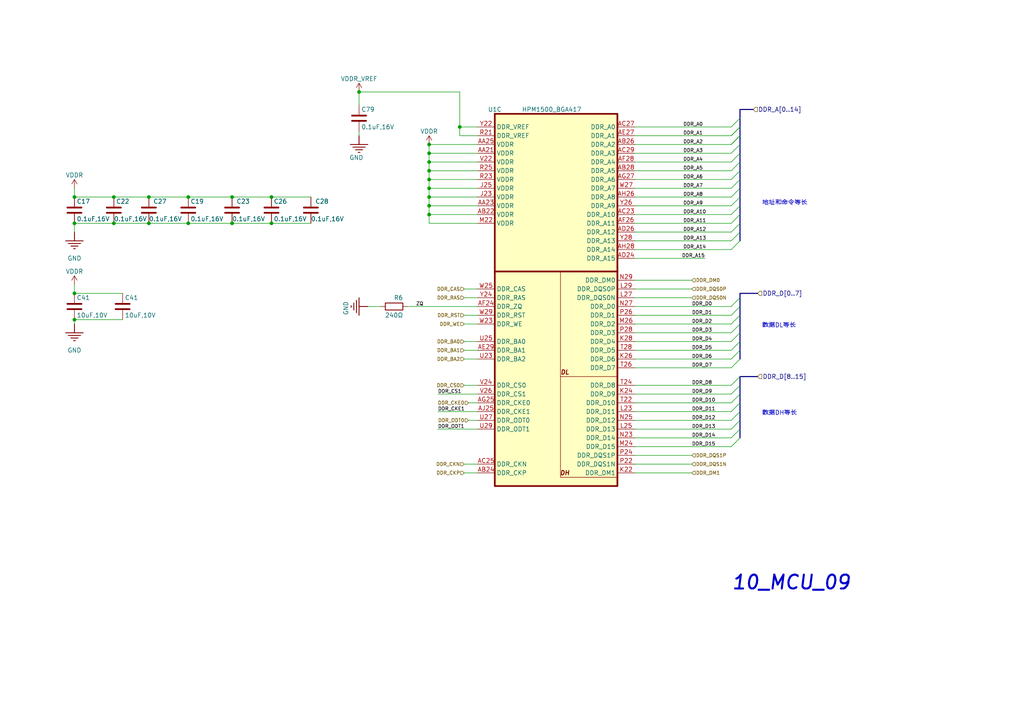
<source format=kicad_sch>
(kicad_sch (version 20230121) (generator eeschema)
  (paper "A4")
  (junction (at 124.46 62.23))
  (junction (at 21.59 57.15))
  (junction (at 124.46 59.69))
  (junction (at 78.74 64.77))
  (junction (at 21.59 85.09))
  (junction (at 54.61 64.77))
  (junction (at 33.02 57.15))
  (junction (at 67.31 57.15))
  (junction (at 21.59 92.71))
  (junction (at 124.46 52.07))
  (junction (at 124.46 41.91))
  (junction (at 67.31 64.77))
  (junction (at 104.14 26.67))
  (junction (at 124.46 57.15))
  (junction (at 54.61 57.15))
  (junction (at 124.46 46.99))
  (junction (at 124.46 49.53))
  (junction (at 21.59 64.77))
  (junction (at 124.46 44.45))
  (junction (at 43.18 57.15))
  (junction (at 78.74 57.15))
  (junction (at 133.35 36.83))
  (junction (at 124.46 54.61))
  (junction (at 43.18 64.77))
  (junction (at 33.02 64.77))
  (bus_entry (at 212.09 91.44) (size 2.54 -2.54))
  (bus_entry (at 212.09 57.15) (size 2.54 -2.54))
  (bus_entry (at 212.09 49.53) (size 2.54 -2.54))
  (bus_entry (at 212.09 124.46) (size 2.54 -2.54))
  (bus_entry (at 212.09 59.69) (size 2.54 -2.54))
  (bus_entry (at 212.09 41.91) (size 2.54 -2.54))
  (bus_entry (at 212.09 67.31) (size 2.54 -2.54))
  (bus_entry (at 212.09 44.45) (size 2.54 -2.54))
  (bus_entry (at 212.09 72.39) (size 2.54 -2.54))
  (bus_entry (at 212.09 88.9) (size 2.54 -2.54))
  (bus_entry (at 212.09 116.84) (size 2.54 -2.54))
  (bus_entry (at 212.09 101.6) (size 2.54 -2.54))
  (bus_entry (at 212.09 54.61) (size 2.54 -2.54))
  (bus_entry (at 212.09 93.98) (size 2.54 -2.54))
  (bus_entry (at 212.09 69.85) (size 2.54 -2.54))
  (bus_entry (at 212.09 104.14) (size 2.54 -2.54))
  (bus_entry (at 212.09 99.06) (size 2.54 -2.54))
  (bus_entry (at 212.09 46.99) (size 2.54 -2.54))
  (bus_entry (at 212.09 41.91) (size 2.54 -2.54))
  (bus_entry (at 212.09 114.3) (size 2.54 -2.54))
  (bus_entry (at 212.09 36.83) (size 2.54 -2.54))
  (bus_entry (at 212.09 121.92) (size 2.54 -2.54))
  (bus_entry (at 212.09 111.76) (size 2.54 -2.54))
  (bus_entry (at 212.09 39.37) (size 2.54 -2.54))
  (bus_entry (at 212.09 127) (size 2.54 -2.54))
  (bus_entry (at 212.09 62.23) (size 2.54 -2.54))
  (bus_entry (at 212.09 64.77) (size 2.54 -2.54))
  (bus_entry (at 212.09 106.68) (size 2.54 -2.54))
  (bus_entry (at 212.09 39.37) (size 2.54 -2.54))
  (bus_entry (at 212.09 52.07) (size 2.54 -2.54))
  (bus_entry (at 212.09 129.54) (size 2.54 -2.54))
  (bus_entry (at 212.09 96.52) (size 2.54 -2.54))
  (bus_entry (at 212.09 119.38) (size 2.54 -2.54))
  (wire (pts (xy 104.14 26.67) (xy 133.35 26.67)))
  (wire (pts (xy 184.15 81.28) (xy 200.66 81.28)) (stroke (width 0.15)))
  (wire (pts (xy 124.46 49.53) (xy 124.46 52.07)) (stroke (width 0.15)))
  (wire (pts (xy 124.46 59.69) (xy 138.43 59.69)) (stroke (width 0.15)))
  (wire (pts (xy 184.15 111.76) (xy 212.09 111.76)) (stroke (width 0.15)))
  (wire (pts (xy 200.66 134.62) (xy 184.15 134.62)) (stroke (width 0.15)))
  (wire (pts (xy 184.15 54.61) (xy 212.09 54.61)) (stroke (width 0.15)))
  (wire (pts (xy 184.15 124.46) (xy 212.09 124.46)) (stroke (width 0.15)))
  (bus (pts (xy 214.63 109.22) (xy 219.71 109.22)))
  (wire (pts (xy 184.15 129.54) (xy 212.09 129.54)) (stroke (width 0.15)))
  (wire (pts (xy 21.59 82.55) (xy 21.59 85.09)))
  (bus (pts (xy 214.63 104.14) (xy 214.63 101.6)))
  (wire (pts (xy 43.18 64.77) (xy 54.61 64.77)))
  (wire (pts (xy 124.46 52.07) (xy 138.43 52.07)) (stroke (width 0.15)))
  (wire (pts (xy 124.46 46.99) (xy 138.43 46.99)) (stroke (width 0.15)))
  (bus (pts (xy 214.63 67.31) (xy 214.63 64.77)))
  (wire (pts (xy 200.66 132.08) (xy 184.15 132.08)) (stroke (width 0.15)))
  (wire (pts (xy 124.46 41.91) (xy 138.43 41.91)) (stroke (width 0.15)))
  (wire (pts (xy 21.59 54.61) (xy 21.59 57.15)))
  (wire (pts (xy 67.31 64.77) (xy 78.74 64.77)))
  (wire (pts (xy 184.15 137.16) (xy 200.66 137.16)) (stroke (width 0.15)))
  (bus (pts (xy 214.63 111.76) (xy 214.63 109.22)))
  (wire (pts (xy 54.61 64.77) (xy 67.31 64.77)))
  (wire (pts (xy 184.15 119.38) (xy 212.09 119.38)) (stroke (width 0.15)))
  (bus (pts (xy 214.63 34.29) (xy 214.63 31.75)))
  (bus (pts (xy 214.63 96.52) (xy 214.63 93.98)))
  (wire (pts (xy 127 114.3) (xy 138.43 114.3)) (stroke (width 0.15)))
  (wire (pts (xy 21.59 64.77) (xy 33.02 64.77)))
  (bus (pts (xy 214.63 31.75) (xy 218.44 31.75)))
  (wire (pts (xy 124.46 52.07) (xy 124.46 54.61)) (stroke (width 0.15)))
  (wire (pts (xy 184.15 67.31) (xy 212.09 67.31)) (stroke (width 0.15)))
  (wire (pts (xy 134.62 91.44) (xy 138.43 91.44)) (stroke (width 0.15)))
  (wire (pts (xy 43.18 57.15) (xy 54.61 57.15)))
  (wire (pts (xy 21.59 57.15) (xy 33.02 57.15)))
  (wire (pts (xy 184.15 64.77) (xy 212.09 64.77)) (stroke (width 0.15)))
  (wire (pts (xy 184.15 106.68) (xy 212.09 106.68)) (stroke (width 0.15)))
  (wire (pts (xy 134.62 111.76) (xy 138.43 111.76)) (stroke (width 0.15)))
  (wire (pts (xy 118.11 88.9) (xy 138.43 88.9)))
  (wire (pts (xy 184.15 96.52) (xy 212.09 96.52)) (stroke (width 0.15)))
  (bus (pts (xy 214.63 93.98) (xy 214.63 91.44)))
  (bus (pts (xy 214.63 101.6) (xy 214.63 99.06)))
  (wire (pts (xy 21.59 64.77) (xy 21.59 67.31)))
  (wire (pts (xy 124.46 44.45) (xy 138.43 44.45)) (stroke (width 0.15)))
  (wire (pts (xy 124.46 59.69) (xy 124.46 62.23)) (stroke (width 0.15)))
  (bus (pts (xy 214.63 91.44) (xy 214.63 88.9)))
  (wire (pts (xy 200.66 86.36) (xy 184.15 86.36)) (stroke (width 0.15)))
  (bus (pts (xy 214.63 99.06) (xy 214.63 96.52)))
  (wire (pts (xy 124.46 57.15) (xy 124.46 59.69)) (stroke (width 0.15)))
  (bus (pts (xy 214.63 39.37) (xy 214.63 36.83)))
  (wire (pts (xy 184.15 69.85) (xy 212.09 69.85)) (stroke (width 0.15)))
  (bus (pts (xy 214.63 49.53) (xy 214.63 46.99)))
  (bus (pts (xy 214.63 59.69) (xy 214.63 57.15)))
  (bus (pts (xy 214.63 64.77) (xy 214.63 62.23)))
  (wire (pts (xy 21.59 93.98) (xy 21.59 92.71)))
  (wire (pts (xy 184.15 62.23) (xy 212.09 62.23)) (stroke (width 0.15)))
  (wire (pts (xy 133.35 39.37) (xy 133.35 36.83)) (stroke (width 0.15)))
  (wire (pts (xy 67.31 57.15) (xy 78.74 57.15)))
  (wire (pts (xy 134.62 99.06) (xy 138.43 99.06)) (stroke (width 0.15)))
  (bus (pts (xy 214.63 88.9) (xy 214.63 86.36)))
  (bus (pts (xy 214.63 57.15) (xy 214.63 54.61)))
  (wire (pts (xy 127 124.46) (xy 138.43 124.46)) (stroke (width 0.15)))
  (wire (pts (xy 134.62 101.6) (xy 138.43 101.6)) (stroke (width 0.15)))
  (bus (pts (xy 214.63 41.91) (xy 214.63 39.37)))
  (wire (pts (xy 134.62 104.14) (xy 138.43 104.14)) (stroke (width 0.15)))
  (wire (pts (xy 184.15 52.07) (xy 212.09 52.07)) (stroke (width 0.15)))
  (wire (pts (xy 134.62 137.16) (xy 138.43 137.16)) (stroke (width 0.15)))
  (wire (pts (xy 184.15 93.98) (xy 212.09 93.98)) (stroke (width 0.15)))
  (wire (pts (xy 184.15 121.92) (xy 212.09 121.92)) (stroke (width 0.15)))
  (wire (pts (xy 127 119.38) (xy 138.43 119.38)) (stroke (width 0.15)))
  (bus (pts (xy 214.63 119.38) (xy 214.63 116.84)))
  (wire (pts (xy 104.14 26.67) (xy 104.14 30.48)) (stroke (width 0.15)))
  (bus (pts (xy 214.63 69.85) (xy 214.63 67.31)))
  (bus (pts (xy 214.63 62.23) (xy 214.63 59.69)))
  (wire (pts (xy 200.66 83.82) (xy 184.15 83.82)) (stroke (width 0.15)))
  (wire (pts (xy 78.74 64.77) (xy 90.17 64.77)))
  (wire (pts (xy 184.15 57.15) (xy 212.09 57.15)) (stroke (width 0.15)))
  (wire (pts (xy 184.15 104.14) (xy 212.09 104.14)) (stroke (width 0.15)))
  (bus (pts (xy 214.63 54.61) (xy 214.63 52.07)))
  (wire (pts (xy 184.15 59.69) (xy 212.09 59.69)) (stroke (width 0.15)))
  (wire (pts (xy 124.46 64.77) (xy 138.43 64.77)) (stroke (width 0.15)))
  (bus (pts (xy 214.63 127) (xy 214.63 124.46)))
  (wire (pts (xy 135.89 116.84) (xy 138.43 116.84)) (stroke (width 0.15)))
  (wire (pts (xy 124.46 54.61) (xy 138.43 54.61)) (stroke (width 0.15)))
  (wire (pts (xy 21.59 85.09) (xy 35.56 85.09)))
  (bus (pts (xy 214.63 85.09) (xy 219.71 85.09)))
  (wire (pts (xy 134.62 86.36) (xy 138.43 86.36)) (stroke (width 0.15)))
  (wire (pts (xy 124.46 44.45) (xy 124.46 46.99)) (stroke (width 0.15)))
  (wire (pts (xy 124.46 62.23) (xy 124.46 64.77)) (stroke (width 0.15)))
  (wire (pts (xy 33.02 64.77) (xy 43.18 64.77)))
  (wire (pts (xy 21.59 92.71) (xy 35.56 92.71)))
  (wire (pts (xy 124.46 62.23) (xy 138.43 62.23)) (stroke (width 0.15)))
  (wire (pts (xy 184.15 41.91) (xy 212.09 41.91)) (stroke (width 0.15)))
  (wire (pts (xy 204.47 74.93) (xy 184.15 74.93)) (stroke (width 0.15)))
  (wire (pts (xy 184.15 36.83) (xy 212.09 36.83)) (stroke (width 0.15)))
  (wire (pts (xy 184.15 49.53) (xy 212.09 49.53)) (stroke (width 0.15)))
  (wire (pts (xy 133.35 36.83) (xy 138.43 36.83)) (stroke (width 0.15)))
  (wire (pts (xy 124.46 46.99) (xy 124.46 49.53)) (stroke (width 0.15)))
  (wire (pts (xy 138.43 39.37) (xy 133.35 39.37)) (stroke (width 0.15)))
  (wire (pts (xy 124.46 57.15) (xy 138.43 57.15)) (stroke (width 0.15)))
  (wire (pts (xy 124.46 41.91) (xy 124.46 44.45)) (stroke (width 0.15)))
  (bus (pts (xy 214.63 44.45) (xy 214.63 41.91)))
  (wire (pts (xy 134.62 93.98) (xy 138.43 93.98)) (stroke (width 0.15)))
  (wire (pts (xy 184.15 116.84) (xy 212.09 116.84)) (stroke (width 0.15)))
  (wire (pts (xy 184.15 46.99) (xy 212.09 46.99)) (stroke (width 0.15)))
  (wire (pts (xy 184.15 88.9) (xy 212.09 88.9)) (stroke (width 0.15)))
  (wire (pts (xy 104.14 39.37) (xy 104.14 38.1)) (stroke (width 0.15)))
  (wire (pts (xy 134.62 83.82) (xy 138.43 83.82)) (stroke (width 0.15)))
  (bus (pts (xy 214.63 116.84) (xy 214.63 114.3)))
  (bus (pts (xy 214.63 52.07) (xy 214.63 49.53)))
  (wire (pts (xy 133.35 26.67) (xy 133.35 36.83)))
  (wire (pts (xy 184.15 101.6) (xy 212.09 101.6)) (stroke (width 0.15)))
  (bus (pts (xy 214.63 121.92) (xy 214.63 119.38)))
  (wire (pts (xy 33.02 57.15) (xy 43.18 57.15)))
  (wire (pts (xy 184.15 72.39) (xy 212.09 72.39)) (stroke (width 0.15)))
  (bus (pts (xy 214.63 86.36) (xy 214.63 85.09)))
  (wire (pts (xy 78.74 57.15) (xy 90.17 57.15)))
  (wire (pts (xy 124.46 49.53) (xy 138.43 49.53)) (stroke (width 0.15)))
  (wire (pts (xy 135.89 121.92) (xy 138.43 121.92)) (stroke (width 0.15)))
  (bus (pts (xy 214.63 46.99) (xy 214.63 44.45)))
  (wire (pts (xy 184.15 91.44) (xy 212.09 91.44)) (stroke (width 0.15)))
  (wire (pts (xy 184.15 44.45) (xy 212.09 44.45)) (stroke (width 0.15)))
  (bus (pts (xy 214.63 124.46) (xy 214.63 121.92)))
  (wire (pts (xy 54.61 57.15) (xy 67.31 57.15)))
  (wire (pts (xy 134.62 134.62) (xy 138.43 134.62)) (stroke (width 0.15)))
  (wire (pts (xy 184.15 127) (xy 212.09 127)) (stroke (width 0.15)))
  (wire (pts (xy 110.49 88.9) (xy 106.68 88.9)))
  (wire (pts (xy 184.15 99.06) (xy 212.09 99.06)) (stroke (width 0.15)))
  (wire (pts (xy 184.15 114.3) (xy 212.09 114.3)) (stroke (width 0.15)))
  (wire (pts (xy 124.46 54.61) (xy 124.46 57.15)) (stroke (width 0.15)))
  (bus (pts (xy 214.63 36.83) (xy 214.63 34.29)))
  (bus (pts (xy 214.63 114.3) (xy 214.63 111.76)))
  (wire (pts (xy 184.15 39.37) (xy 212.09 39.37)) (stroke (width 0.15)))
  (text "地址和命令等长" (at 220.98 59.69 0) (effects (font (size 1.27 1.27)) (justify left bottom)))
  (text "数据DL等长" (at 220.98 95.25 0) (effects (font (size 1.27 1.27)) (justify left bottom)))
  (text "10_MCU_09" (at 212.09 171.45 0) (effects (font (size 4 4) (thickness 0.6) bold italic) (justify left bottom)))
  (text "数据DH等长" (at 220.98 120.65 0) (effects (font (size 1.27 1.27)) (justify left bottom)))
  (label "DDR_A9" (at 198.12 59.69 0) (effects (font (size 1 1))))
  (label "DDR_D9" (at 200.66 114.3 0) (effects (font (size 1 1))))
  (label "DDR_A1" (at 198.12 39.37 0) (effects (font (size 1 1))))
  (label "DDR_D4" (at 200.66 99.06 0) (effects (font (size 1 1))))
  (label "DDR_D11" (at 200.66 119.38 0) (effects (font (size 1 1))))
  (label "DDR_A8" (at 198.12 57.15 0) (effects (font (size 1 1))))
  (label "DDR_D12" (at 200.66 121.92 0) (effects (font (size 1 1))))
  (label "DDR_D14" (at 200.66 127 0) (effects (font (size 1 1))))
  (label "DDR_D7" (at 200.66 106.68 0) (effects (font (size 1 1))))
  (label "DDR_D15" (at 200.66 129.54 0) (effects (font (size 1 1))))
  (label "DDR_A0" (at 198.12 36.83 0) (effects (font (size 1 1))))
  (label "DDR_A14" (at 198.12 72.39 0) (effects (font (size 1 1))))
  (label "DDR_A7" (at 198.12 54.61 0) (effects (font (size 1 1))))
  (label "DDR_D10" (at 200.66 116.84 0) (effects (font (size 1 1))))
  (label "DDR_D13" (at 200.66 124.46 0) (effects (font (size 1 1))))
  (label "DDR_D1" (at 200.66 91.44 0) (effects (font (size 1 1))))
  (label "DDR_D5" (at 200.66 101.6 0) (effects (font (size 1 1))))
  (label "DDR_A12" (at 198.12 67.31 0) (effects (font (size 1 1))))
  (label "DDR_A5" (at 198.12 49.53 0) (effects (font (size 1 1))))
  (label "DDR_D6" (at 200.66 104.14 0) (effects (font (size 1 1))))
  (label "DDR_ODT1" (at 127 124.46 0) (effects (font (size 1 1))))
  (label "DDR_A4" (at 198.12 46.99 0) (effects (font (size 1 1))))
  (label "DDR_A15" (at 204.47 74.93 180) (effects (font (size 1 1))))
  (label "DDR_A6" (at 198.12 52.07 0) (effects (font (size 1 1))))
  (label "DDR_A10" (at 198.12 62.23 0) (effects (font (size 1 1))))
  (label "DDR_A2" (at 198.12 41.91 0) (effects (font (size 1 1))))
  (label "DDR_D8" (at 200.66 111.76 0) (effects (font (size 1 1))))
  (label "DDR_D2" (at 200.66 93.98 0) (effects (font (size 1 1))))
  (label "DDR_A3" (at 198.12 44.45 0) (effects (font (size 1 1))))
  (label "DDR_A13" (at 198.12 69.85 0) (effects (font (size 1 1))))
  (label "DDR_D0" (at 200.66 88.9 0) (effects (font (size 1 1))))
  (label "DDR_A11" (at 198.12 64.77 0) (effects (font (size 1 1))))
  (label "DDR_CKE1" (at 127 119.38 0) (effects (font (size 1 1))))
  (label "ZQ" (at 120.65 88.9 0) (effects (font (size 1 1))))
  (label "DDR_CS1" (at 127 114.3 0) (effects (font (size 1 1))))
  (label "DDR_D3" (at 200.66 96.52 0) (effects (font (size 1 1))))
  (hierarchical_label "DDR_ODT0" (shape input) (at 135.89 121.92 180) (effects (font (size 1 1))))
  (hierarchical_label "DDR_BA1" (shape input) (at 134.62 101.6 180) (effects (font (size 1 1))))
  (hierarchical_label "DDR_DM1" (shape input) (at 200.66 137.16 0) (effects (font (size 1 1))))
  (hierarchical_label "DDR_CKN" (shape input) (at 134.62 134.62 180) (effects (font (size 1 1))))
  (hierarchical_label "DDR_BA2" (shape input) (at 134.62 104.14 180) (effects (font (size 1 1))))
  (hierarchical_label "DDR_RST" (shape input) (at 134.62 91.44 180) (effects (font (size 1 1))))
  (hierarchical_label "DDR_CKP" (shape input) (at 134.62 137.16 180) (effects (font (size 1 1))))
  (hierarchical_label "DDR_WE" (shape input) (at 134.62 93.98 180) (effects (font (size 1 1))))
  (hierarchical_label "DDR_DM0" (shape input) (at 200.66 81.28 0) (effects (font (size 1 1))))
  (hierarchical_label "DDR_CAS" (shape input) (at 134.62 83.82 180) (effects (font (size 1 1))))
  (hierarchical_label "DDR_CKE0" (shape input) (at 135.89 116.84 180) (effects (font (size 1 1))))
  (hierarchical_label "DDR_RAS" (shape input) (at 134.62 86.36 180) (effects (font (size 1 1))))
  (hierarchical_label "DDR_D[8..15]" (shape input) (at 219.71 109.22 0))
  (hierarchical_label "DDR_DQS0P" (shape input) (at 200.66 83.82 0) (effects (font (size 1 1))))
  (hierarchical_label "DDR_D[0..7]" (shape input) (at 219.71 85.09 0))
  (hierarchical_label "DDR_CS0" (shape input) (at 134.62 111.76 180) (effects (font (size 1 1))))
  (hierarchical_label "DDR_DQS1N" (shape input) (at 200.66 134.62 0) (effects (font (size 1 1))))
  (hierarchical_label "DDR_BA0" (shape input) (at 134.62 99.06 180) (effects (font (size 1 1))))
  (hierarchical_label "DDR_A[0..14]" (shape input) (at 218.44 31.75 0))
  (hierarchical_label "DDR_DQS0N" (shape input) (at 200.66 86.36 0) (effects (font (size 1 1))))
  (hierarchical_label "DDR_DQS1P" (shape input) (at 200.66 132.08 0) (effects (font (size 1 1))))
  (symbol (lib_name "10uF,10V_1") (lib_id "03_HPM_Capacitance:10uF,10V") (at 21.59 88.9 0) (unit 1)
    (property "Reference" "C41" (at 22.225 86.36 0) (effects (justify left)))
    (property "Value" "10uF,10V" (at 22.225 91.44 0) (effects (justify left)))
    (property "Footprint" "03_HPM_Capacitance:C_0402" (effects hide))
    (property "Model" "CL05A106MP5NUNC" (effects hide))
    (property "Company" " SAMSUNG(三星)" (effects hide))
    (instances (project "HPM1500_DDR3_CORE_RevA" (path "" (reference "C41") (unit 1)) (path "" (reference "C134") (unit 1)) (path "" (reference "C132") (unit 1))))
  )
  (symbol (lib_name "0.1uF,16V_2") (lib_id "03_HPM_Capacitance:0.1uF,16V") (at 33.02 60.96 0) (unit 1)
    (property "Reference" "C22" (at 33.655 58.42 0) (effects (justify left)))
    (property "Value" "0.1uF,16V" (at 33.02 63.5 0) (effects (justify left)))
    (property "Footprint" "03_HPM_Capacitance:C_0402" (effects hide))
    (property "Model" "CL05B104KO5NNNC" (effects hide))
    (property "Company" "SAMSUNG(三星)" (effects hide))
  )
  (symbol (lib_name "0.1uF,16V_4") (lib_id "03_HPM_Capacitance:0.1uF,16V") (at 54.61 60.96 0) (unit 1)
    (property "Reference" "C19" (at 55.245 58.42 0) (effects (justify left)))
    (property "Value" "0.1uF,16V" (at 55.245 63.5 0) (effects (justify left)))
    (property "Footprint" "03_HPM_Capacitance:C_0402" (effects hide))
    (property "Model" "CL05B104KO5NNNC" (effects hide))
    (property "Company" "SAMSUNG(三星)" (effects hide))
  )
  (symbol (lib_id "05_HPM_Conn:GND") (at 104.14 39.37 0) (unit 1)
    (property "Reference" "#PWR0131" (effects hide))
    (property "Value" "GND" (at 105.41 45.72 0) (effects (justify right)))
  )
  (symbol (lib_id "09_HPM_Internal:HPM1500_BGA417") (at 278.13 33.02 0) (unit 3)
    (property "Reference" "U1" (at 143.51 31.75 0))
    (property "Value" "HPM1500_BGA417" (at 160.02 31.75 0))
    (property "Footprint" "01_HPM_Socket:BGA417_SOCKET" (effects hide))
    (property "Model" "此处不用焊接，不要加焊锡，不要收焊接费，，我们是socket" (effects hide))
    (property "Company" "HPM." (effects hide))
  )
  (symbol (lib_id "333-altium-import:GND") (at 106.68 88.9 270) (unit 1)
    (property "Reference" "#PWR0107" (effects hide))
    (property "Value" "GND" (at 100.33 91.44 0) (effects (justify right)))
    (instances (project "HPM1500_DDR3_CORE_RevA" (path "" (reference "#PWR0107") (unit 1)) (path "" (reference "#PWR038") (unit 1))))
  )
  (symbol (lib_id "power:VDDR") (at 124.46 41.91 0) (unit 1)
    (property "Reference" "#PWR0104" (effects hide))
    (property "Value" "VDDR" (at 124.46 38.1 0))
  )
  (symbol (lib_name "0.1uF,16V_6") (lib_id "03_HPM_Capacitance:0.1uF,16V") (at 78.74 60.96 0) (unit 1)
    (property "Reference" "C26" (at 79.375 58.42 0) (effects (justify left)))
    (property "Value" "0.1uF,16V" (at 79.375 63.5 0) (effects (justify left)))
    (property "Footprint" "03_HPM_Capacitance:C_0402" (effects hide))
    (property "Model" "CL05B104KO5NNNC" (effects hide))
    (property "Company" "SAMSUNG(三星)" (effects hide))
  )
  (symbol (lib_name "0.1uF,16V_5") (lib_id "03_HPM_Capacitance:0.1uF,16V") (at 67.31 60.96 0) (unit 1)
    (property "Reference" "C23" (at 68.58 58.42 0) (effects (justify left)))
    (property "Value" "0.1uF,16V" (at 67.31 63.5 0) (effects (justify left)))
    (property "Footprint" "03_HPM_Capacitance:C_0402" (effects hide))
    (property "Model" "CL05B104KO5NNNC" (effects hide))
    (property "Company" "SAMSUNG(三星)" (effects hide))
  )
  (symbol (lib_id "power:VDDR") (at 21.59 54.61 0) (unit 1)
    (property "Reference" "#PWR0103" (effects hide))
    (property "Value" "VDDR" (at 21.59 50.8 0))
  )
  (symbol (lib_name "0.1uF,16V_3") (lib_id "03_HPM_Capacitance:0.1uF,16V") (at 21.59 60.96 0) (unit 1)
    (property "Reference" "C17" (at 22.225 58.42 0) (effects (justify left)))
    (property "Value" "0.1uF,16V" (at 22.225 63.5 0) (effects (justify left)))
    (property "Footprint" "03_HPM_Capacitance:C_0402" (effects hide))
    (property "Model" "CL05B104KO5NNNC" (effects hide))
    (property "Company" "SAMSUNG(三星)" (effects hide))
  )
  (symbol (lib_id "power:GND") (at 21.59 67.31 0) (unit 1)
    (property "Reference" "#PWR0149" (effects hide))
    (property "Value" "GND" (at 21.59 74.93 0))
  )
  (symbol (lib_name "0.1uF,16V_1") (lib_id "03_HPM_Capacitance:0.1uF,16V") (at 43.18 60.96 0) (unit 1)
    (property "Reference" "C27" (at 44.45 58.42 0) (effects (justify left)))
    (property "Value" "0.1uF,16V" (at 43.18 63.5 0) (effects (justify left)))
    (property "Footprint" "03_HPM_Capacitance:C_0402" (effects hide))
    (property "Model" "CL05B104KO5NNNC" (effects hide))
    (property "Company" "SAMSUNG(三星)" (effects hide))
  )
  (symbol (lib_id "power:GND") (at 21.59 93.98 0) (unit 1)
    (property "Reference" "#PWR031" (effects hide))
    (property "Value" "GND" (at 21.59 101.6 0))
  )
  (symbol (lib_name "0.1uF,16V_7") (lib_id "03_HPM_Capacitance:0.1uF,16V") (at 90.17 60.96 0) (unit 1)
    (property "Reference" "C28" (at 91.44 58.42 0) (effects (justify left)))
    (property "Value" "0.1uF,16V" (at 90.17 63.5 0) (effects (justify left)))
    (property "Footprint" "03_HPM_Capacitance:C_0402" (effects hide))
    (property "Model" "CL05B104KO5NNNC" (effects hide))
    (property "Company" "SAMSUNG(三星)" (effects hide))
  )
  (symbol (lib_id "power:VDDR") (at 21.59 82.55 0) (unit 1)
    (property "Reference" "#PWR030" (effects hide))
    (property "Value" "VDDR" (at 21.59 78.74 0))
  )
  (symbol (lib_id "03_HPM_Capacitance:0.1uF,16V") (at 104.14 34.29 0) (unit 1)
    (property "Reference" "C79" (at 104.775 31.75 0) (effects (justify left)))
    (property "Value" "0.1uF,16V" (at 104.775 36.83 0) (effects (justify left)))
    (property "Footprint" "03_HPM_Capacitance:C_0402" (effects hide))
    (property "Model" "CL05B104KO5NNNC" (effects hide))
    (property "Company" "SAMSUNG(三星)" (effects hide))
  )
  (symbol (lib_name "10uF,10V_1") (lib_id "03_HPM_Capacitance:10uF,10V") (at 35.56 88.9 0) (unit 1)
    (property "Reference" "C41" (at 36.195 86.36 0) (effects (justify left)))
    (property "Value" "10uF,10V" (at 36.195 91.44 0) (effects (justify left)))
    (property "Footprint" "03_HPM_Capacitance:C_0402" (effects hide))
    (property "Model" "CL05A106MP5NUNC" (effects hide))
    (property "Company" " SAMSUNG(三星)" (effects hide))
    (instances (project "HPM1500_DDR3_CORE_RevA" (path "" (reference "C41") (unit 1)) (path "" (reference "C134") (unit 1)) (path "" (reference "C138") (unit 1))))
  )
  (symbol (lib_id "02_HPM_Resistor:240Ω") (at 114.3 88.9 0) (unit 1)
    (property "Reference" "R6" (at 115.57 86.36 0))
    (property "Value" "240Ω" (at 114.3 91.44 0))
    (property "Footprint" "02_HPM_Resistor:R_0402_1005Metric" (effects hide))
    (property "Model" "0402WGF2400TCE" (effects hide))
    (property "Company" "UNI-ROYAL(厚声)" (effects hide))
    (instances (project "HPM1500_DDR3_CORE_RevA" (path "" (reference "R6") (unit 1)) (path "" (reference "R58") (unit 1))))
  )
  (symbol (lib_id "power:VDDR_VREF") (at 104.14 26.67 0) (unit 1)
    (property "Reference" "#PWR0101" (effects hide))
    (property "Value" "VDDR_VREF" (at 104.14 22.86 0))
  )
)
</source>
